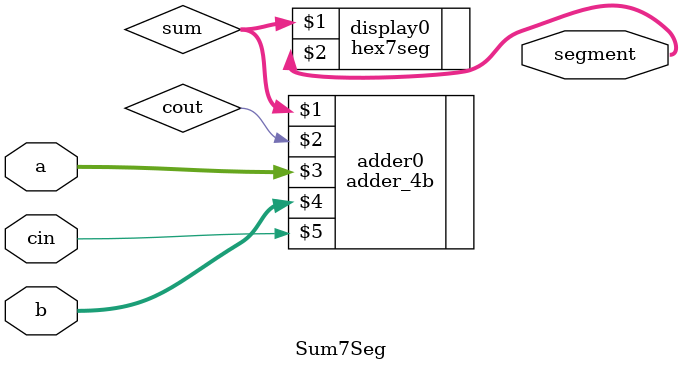
<source format=v>
module Sum7Seg (a,b, cin, segment);
	 
input [3:0] a,b;
input cin;
output [6:0] segment;

wire [3:0] sum;
wire cout;

adder_4b adder0 (sum, cout, a, b, cin);
hex7seg display0 (sum, segment);


endmodule
</source>
